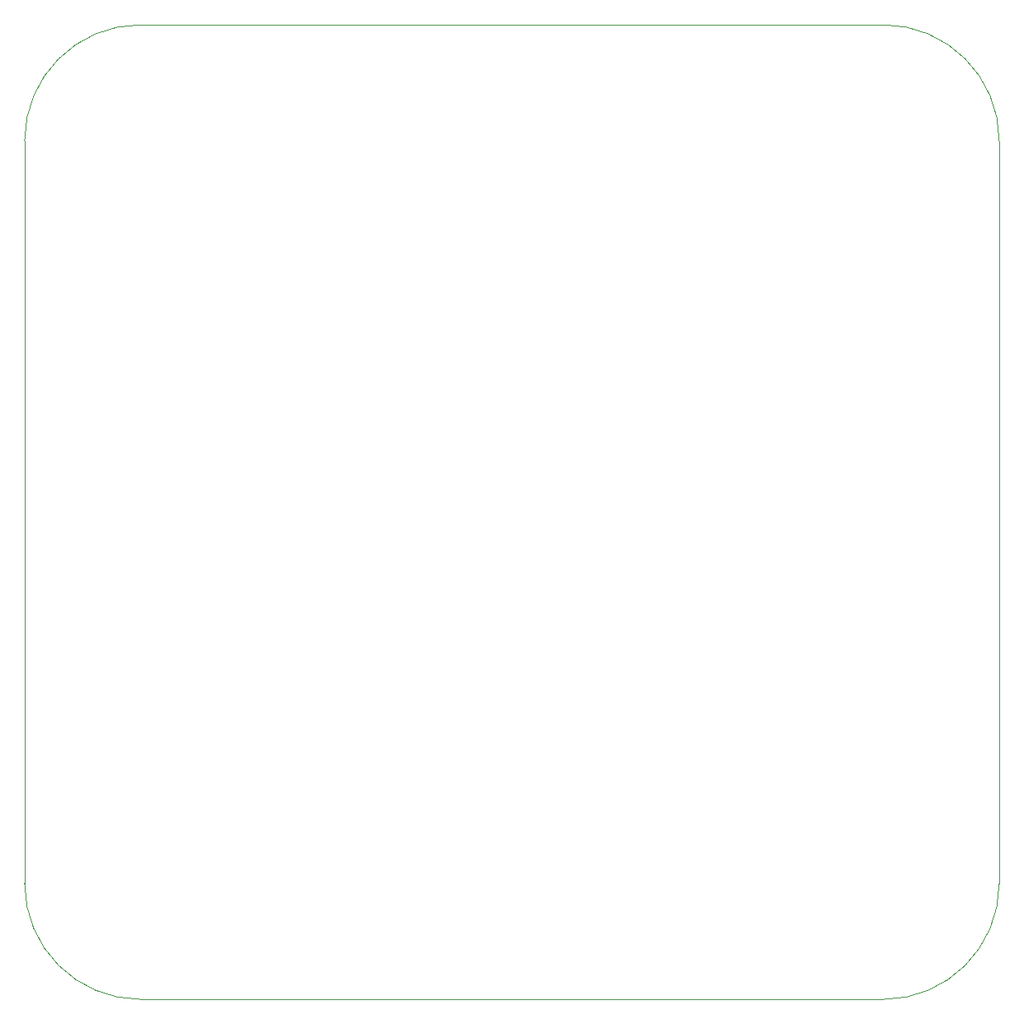
<source format=gbr>
%TF.GenerationSoftware,KiCad,Pcbnew,9.0.0-rc1*%
%TF.CreationDate,2025-01-08T18:27:10+01:00*%
%TF.ProjectId,HBST,48425354-2e6b-4696-9361-645f70636258,rev?*%
%TF.SameCoordinates,Original*%
%TF.FileFunction,Profile,NP*%
%FSLAX46Y46*%
G04 Gerber Fmt 4.6, Leading zero omitted, Abs format (unit mm)*
G04 Created by KiCad (PCBNEW 9.0.0-rc1) date 2025-01-08 18:27:10*
%MOMM*%
%LPD*%
G01*
G04 APERTURE LIST*
%TA.AperFunction,Profile*%
%ADD10C,0.050000*%
%TD*%
G04 APERTURE END LIST*
D10*
X187600000Y-49500000D02*
G75*
G02*
X199500000Y-61400000I0J-11900000D01*
G01*
X187600000Y-49500000D02*
X111400000Y-49500000D01*
X199500000Y-137600000D02*
X199500000Y-61400000D01*
X99500000Y-61400000D02*
G75*
G02*
X111400000Y-49500000I11900000J0D01*
G01*
X99500000Y-61400000D02*
X99500000Y-137600000D01*
X199500000Y-137600000D02*
G75*
G02*
X187600000Y-149500000I-11900000J0D01*
G01*
X111400000Y-149500000D02*
G75*
G02*
X99500000Y-137600000I0J11900000D01*
G01*
X111400000Y-149500000D02*
X187600000Y-149500000D01*
M02*

</source>
